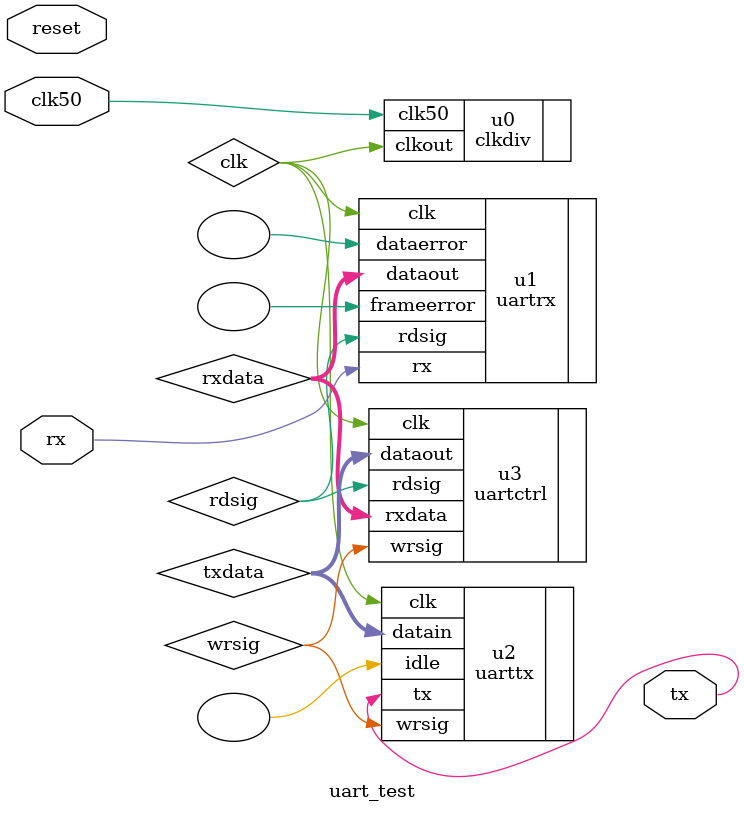
<source format=v>
`timescale 1ns / 1ps
module uart_test(clk50, rx, tx, reset);
input clk50;
input reset;
input rx;
output tx;

wire clk;       //clock for 9600 uart port
wire [7:0] txdata,rxdata;     //´®¿Ú·¢ËÍÊý¾ÝºÍ´®¿Ú½ÓÊÕÊý¾Ý



//²úÉúÊ±ÖÓµÄÆµÂÊÎª16*9600
clkdiv u0 (
		.clk50                   (clk50),               //50MhzµÄ¾§ÕñÊäÈë                     
		.clkout                  (clk)                  //16±¶²¨ÌØÂÊµÄÊ±ÖÓ                        
 );

//´®¿Ú½ÓÊÕ³ÌÐò
uartrx u1 (
		.clk                     (clk),                 //16±¶²¨ÌØÂÊµÄÊ±ÖÓ 
      .rx	                   (rx),  	               //´®¿Ú½ÓÊÕ
		.dataout                 (rxdata),              //uart ½ÓÊÕµ½µÄÊý¾Ý,Ò»¸ö×Ö½Ú                     
      .rdsig                   (rdsig),               //uart ½ÓÊÕµ½Êý¾ÝÓÐÐ§ 
		.dataerror               (),
		.frameerror              ()
);

//´®¿Ú·¢ËÍ³ÌÐò
uarttx u2 (
		.clk                     (clk),                  //16±¶²¨ÌØÂÊµÄÊ±ÖÓ  
	   .tx                      (tx),			          //´®¿Ú·¢ËÍ
		.datain                  (txdata),               //uart ·¢ËÍµÄÊý¾Ý   
      .wrsig                   (wrsig),                //uart ·¢ËÍµÄÊý¾ÝÓÐÐ§  
      .idle                    () 	
	
 );

//´®¿ÚÊý¾Ý·¢ËÍ¿ØÖÆ³ÌÐò
uartctrl u3 (
		.clk                     (clk),                           
		.rdsig                   (rdsig),                //uart ½ÓÊÕµ½Êý¾ÝÓÐÐ§   
      .rxdata                  (rxdata), 		          //uart ½ÓÊÕµ½µÄÊý¾Ý 
      .wrsig                   (wrsig),                //uart ·¢ËÍµÄÊý¾ÝÓÐÐ§  
      .dataout                 (txdata)	             //uart ·¢ËÍµÄÊý¾Ý£¬Ò»¸ö×Ö½Ú 
	
 );
 

endmodule


</source>
